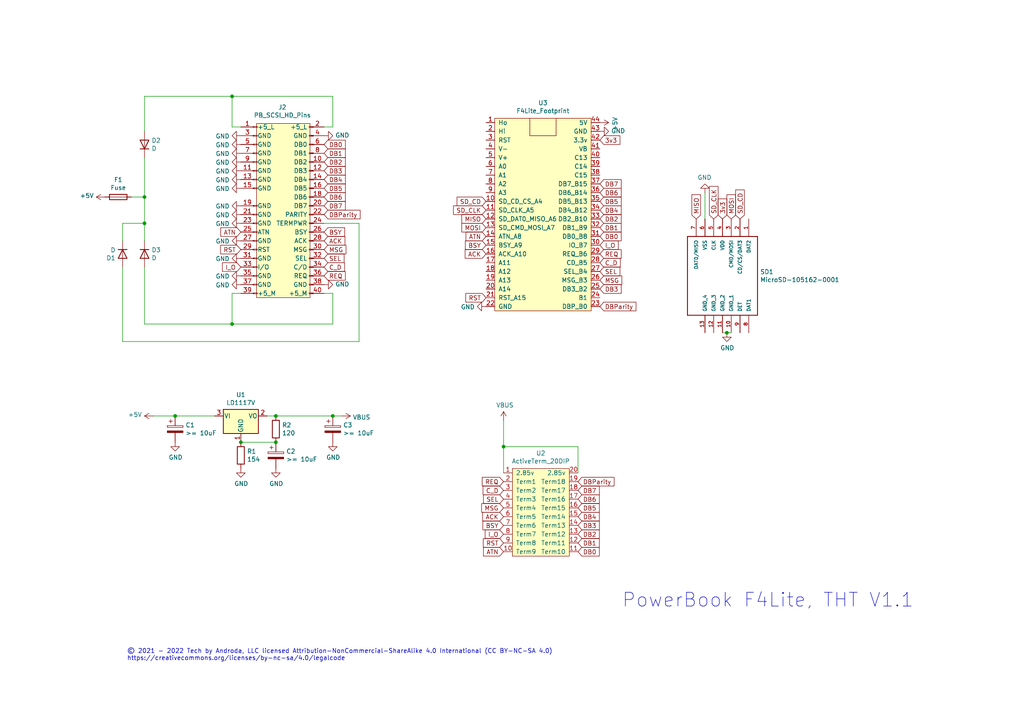
<source format=kicad_sch>
(kicad_sch (version 20211123) (generator eeschema)
  (paper "A4")
  (lib_symbols
    (symbol "Device:CP" (pin_numbers hide) (pin_names (offset 0.254))
      (property "Reference" "C" (at 0.635 2.54 0))
      (property "Value" "Device_CP" (at 0.635 -2.54 0))
      (symbol "CP_0_1"
        (rectangle (start -2.286 0.508) (end 2.286 1.016))
        (polyline (pts (xy -1.778 2.286) (xy -0.762 2.286)))
        (polyline (pts (xy -1.27 2.794) (xy -1.27 1.778)))
        (rectangle (start 2.286 -0.508) (end -2.286 -1.016) (fill (type outline)))
      )
      (symbol "CP_1_1"
        (pin passive line (at 0 3.81 270) (length 2.794) (name "~") (number "1"))
        (pin passive line (at 0 -3.81 90) (length 2.794) (name "~") (number "2"))
      )
    )
    (symbol "Device:D" (pin_numbers hide) (pin_names (offset 1.016) hide)
      (property "Reference" "D" (at 0 2.54 0))
      (property "Value" "D" (at 0 -2.54 0))
      (symbol "D_0_1"
        (polyline (pts (xy -1.27 1.27) (xy -1.27 -1.27)) (stroke (width 0.254)))
        (polyline (pts (xy 1.27 0) (xy -1.27 0)))
        (polyline (pts (xy 1.27 1.27) (xy 1.27 -1.27) (xy -1.27 0) (xy 1.27 1.27)) (stroke (width 0.254)))
      )
      (symbol "D_1_1"
        (pin passive line (at -3.81 0 0) (length 2.54) (name "K") (number "1"))
        (pin passive line (at 3.81 0 180) (length 2.54) (name "A") (number "2"))
      )
    )
    (symbol "Device:Fuse" (pin_numbers hide) (pin_names (offset 0))
      (property "Reference" "F" (at 2.032 0 90))
      (property "Value" "Fuse" (at -1.905 0 90))
      (symbol "Fuse_0_1"
        (rectangle (start -0.762 -2.54) (end 0.762 2.54) (stroke (width 0.254)))
        (polyline (pts (xy 0 2.54) (xy 0 -2.54)))
      )
      (symbol "Fuse_1_1"
        (pin passive line (at 0 3.81 270) (length 1.27) (name "~") (number "1"))
        (pin passive line (at 0 -3.81 90) (length 1.27) (name "~") (number "2"))
      )
    )
    (symbol "Device:R" (pin_numbers hide) (pin_names (offset 0))
      (property "Reference" "R" (at 2.032 0 90))
      (property "Value" "R" (at 0 0 90))
      (symbol "R_0_1"
        (rectangle (start -1.016 -2.54) (end 1.016 2.54) (stroke (width 0.254)))
      )
      (symbol "R_1_1"
        (pin passive line (at 0 3.81 270) (length 1.27) (name "~") (number "1"))
        (pin passive line (at 0 -3.81 90) (length 1.27) (name "~") (number "2"))
      )
    )
    (symbol "Regulator_Linear:LD1117VCD-2.85" (pin_names (offset 0.254))
      (property "Reference" "U" (at -3.81 3.175 0))
      (property "Value" "LD1117VCD-2.85" (at 0 3.175 0))
      (symbol "LD1117VCD-2.85_0_1"
        (rectangle (start -5.08 -5.08) (end 5.08 1.905) (stroke (width 0.254)) (fill (type background)))
      )
      (symbol "LD1117VCD-2.85_1_1"
        (pin power_in line (at 0 -7.62 90) (length 2.54) (name "GND") (number "1"))
        (pin power_out line (at 7.62 0 180) (length 2.54) (name "VO") (number "2"))
        (pin power_in line (at -7.62 0 0) (length 2.54) (name "VI") (number "3"))
      )
    )
    (symbol "custom_symbols:ActiveTerm_20DIP" (pin_names (offset 1.016))
      (property "Reference" "U" (at 0 0 0))
      (property "Value" "custom_symbols_ActiveTerm_20DIP" (at 0 2.54 0))
      (symbol "ActiveTerm_20DIP_0_1"
        (rectangle (start -7.62 -2.54) (end 8.89 -27.94) (fill (type background)))
      )
      (symbol "ActiveTerm_20DIP_1_1"
        (pin input line (at -10.16 -3.81 0) (length 2.54) (name "2.85v") (number "1"))
        (pin input line (at -10.16 -26.67 0) (length 2.54) (name "Term9") (number "10"))
        (pin input line (at 11.43 -26.67 180) (length 2.54) (name "Term10") (number "11"))
        (pin input line (at 11.43 -24.13 180) (length 2.54) (name "Term11") (number "12"))
        (pin input line (at 11.43 -21.59 180) (length 2.54) (name "Term12") (number "13"))
        (pin input line (at 11.43 -19.05 180) (length 2.54) (name "Term13") (number "14"))
        (pin input line (at 11.43 -16.51 180) (length 2.54) (name "Term14") (number "15"))
        (pin input line (at 11.43 -13.97 180) (length 2.54) (name "Term15") (number "16"))
        (pin input line (at 11.43 -11.43 180) (length 2.54) (name "Term16") (number "17"))
        (pin input line (at 11.43 -8.89 180) (length 2.54) (name "Term17") (number "18"))
        (pin input line (at 11.43 -6.35 180) (length 2.54) (name "Term18") (number "19"))
        (pin input line (at -10.16 -6.35 0) (length 2.54) (name "Term1") (number "2"))
        (pin input line (at 11.43 -3.81 180) (length 2.54) (name "2.85v") (number "20"))
        (pin input line (at -10.16 -8.89 0) (length 2.54) (name "Term2") (number "3"))
        (pin input line (at -10.16 -11.43 0) (length 2.54) (name "Term3") (number "4"))
        (pin input line (at -10.16 -13.97 0) (length 2.54) (name "Term4") (number "5"))
        (pin input line (at -10.16 -16.51 0) (length 2.54) (name "Term5") (number "6"))
        (pin input line (at -10.16 -19.05 0) (length 2.54) (name "Term6") (number "7"))
        (pin input line (at -10.16 -21.59 0) (length 2.54) (name "Term7") (number "8"))
        (pin input line (at -10.16 -24.13 0) (length 2.54) (name "Term8") (number "9"))
      )
    )
    (symbol "custom_symbols:F4Lite_Footprint" (pin_names (offset 1.016))
      (property "Reference" "U" (at 0 0 0))
      (property "Value" "custom_symbols_F4Lite_Footprint" (at 0 2.54 0))
      (symbol "F4Lite_Footprint_0_1"
        (rectangle (start -13.97 -3.81) (end 13.97 -59.69) (fill (type background)))
        (polyline (pts (xy -3.81 -3.81) (xy -3.81 -8.89) (xy 3.81 -8.89) (xy 3.81 -3.81)))
      )
      (symbol "F4Lite_Footprint_1_1"
        (pin input line (at -16.51 -5.08 0) (length 2.54) (name "Ho") (number "1"))
        (pin input line (at -16.51 -27.94 0) (length 2.54) (name "SD_CD_CS_A4") (number "10"))
        (pin input line (at -16.51 -30.48 0) (length 2.54) (name "SD_CLK_A5") (number "11"))
        (pin input line (at -16.51 -33.02 0) (length 2.54) (name "SD_DAT0_MISO_A6") (number "12"))
        (pin input line (at -16.51 -35.56 0) (length 2.54) (name "SD_CMD_MOSI_A7") (number "13"))
        (pin input line (at -16.51 -38.1 0) (length 2.54) (name "ATN_A8") (number "14"))
        (pin input line (at -16.51 -40.64 0) (length 2.54) (name "BSY_A9") (number "15"))
        (pin input line (at -16.51 -43.18 0) (length 2.54) (name "ACK_A10") (number "16"))
        (pin input line (at -16.51 -45.72 0) (length 2.54) (name "A11") (number "17"))
        (pin input line (at -16.51 -48.26 0) (length 2.54) (name "A12") (number "18"))
        (pin input line (at -16.51 -50.8 0) (length 2.54) (name "A13") (number "19"))
        (pin input line (at -16.51 -7.62 0) (length 2.54) (name "Hi") (number "2"))
        (pin input line (at -16.51 -53.34 0) (length 2.54) (name "A14") (number "20"))
        (pin input line (at -16.51 -55.88 0) (length 2.54) (name "RST_A15") (number "21"))
        (pin input line (at -16.51 -58.42 0) (length 2.54) (name "GND") (number "22"))
        (pin input line (at 16.51 -58.42 180) (length 2.54) (name "DBP_B0") (number "23"))
        (pin input line (at 16.51 -55.88 180) (length 2.54) (name "B1") (number "24"))
        (pin input line (at 16.51 -53.34 180) (length 2.54) (name "DB3_B2") (number "25"))
        (pin input line (at 16.51 -50.8 180) (length 2.54) (name "MSG_B3") (number "26"))
        (pin input line (at 16.51 -48.26 180) (length 2.54) (name "SEL_B4") (number "27"))
        (pin input line (at 16.51 -45.72 180) (length 2.54) (name "CD_B5") (number "28"))
        (pin input line (at 16.51 -43.18 180) (length 2.54) (name "REQ_B6") (number "29"))
        (pin input line (at -16.51 -10.16 0) (length 2.54) (name "RST") (number "3"))
        (pin input line (at 16.51 -40.64 180) (length 2.54) (name "IO_B7") (number "30"))
        (pin input line (at 16.51 -38.1 180) (length 2.54) (name "DB0_B8") (number "31"))
        (pin input line (at 16.51 -35.56 180) (length 2.54) (name "DB1_B9") (number "32"))
        (pin input line (at 16.51 -33.02 180) (length 2.54) (name "DB2_B10") (number "33"))
        (pin input line (at 16.51 -30.48 180) (length 2.54) (name "DB4_B12") (number "34"))
        (pin input line (at 16.51 -27.94 180) (length 2.54) (name "DB5_B13") (number "35"))
        (pin input line (at 16.51 -25.4 180) (length 2.54) (name "DB6_B14") (number "36"))
        (pin input line (at 16.51 -22.86 180) (length 2.54) (name "DB7_B15") (number "37"))
        (pin input line (at 16.51 -20.32 180) (length 2.54) (name "C15") (number "38"))
        (pin input line (at 16.51 -17.78 180) (length 2.54) (name "C14") (number "39"))
        (pin input line (at -16.51 -12.7 0) (length 2.54) (name "V-") (number "4"))
        (pin input line (at 16.51 -15.24 180) (length 2.54) (name "C13") (number "40"))
        (pin input line (at 16.51 -12.7 180) (length 2.54) (name "VB") (number "41"))
        (pin input line (at 16.51 -10.16 180) (length 2.54) (name "3.3v") (number "42"))
        (pin input line (at 16.51 -7.62 180) (length 2.54) (name "GND") (number "43"))
        (pin input line (at 16.51 -5.08 180) (length 2.54) (name "5V") (number "44"))
        (pin input line (at -16.51 -15.24 0) (length 2.54) (name "V+") (number "5"))
        (pin input line (at -16.51 -17.78 0) (length 2.54) (name "A0") (number "6"))
        (pin input line (at -16.51 -20.32 0) (length 2.54) (name "A1") (number "7"))
        (pin input line (at -16.51 -22.86 0) (length 2.54) (name "A2") (number "8"))
        (pin input line (at -16.51 -25.4 0) (length 2.54) (name "A3") (number "9"))
      )
    )
    (symbol "custom_symbols:MicroSD-105162-0001" (pin_names (offset 1.016))
      (property "Reference" "J" (at 29.21 7.62 0))
      (property "Value" "custom_symbols_MicroSD-105162-0001" (at 29.21 5.08 0))
      (symbol "MicroSD-105162-0001_0_0"
        (polyline (pts (xy 5.08 2.54) (xy 5.08 -17.78)) (stroke (width 0.254)))
        (polyline (pts (xy 5.08 2.54) (xy 27.94 2.54)) (stroke (width 0.254)))
        (polyline (pts (xy 27.94 -17.78) (xy 5.08 -17.78)) (stroke (width 0.254)))
        (polyline (pts (xy 27.94 -17.78) (xy 27.94 2.54)) (stroke (width 0.254)))
        (pin bidirectional line (at 0 0 0) (length 5.08) (name "DAT2") (number "1"))
        (pin bidirectional line (at 33.02 -5.08 180) (length 5.08) (name "GND_1") (number "10"))
        (pin bidirectional line (at 33.02 -7.62 180) (length 5.08) (name "GND_2") (number "11"))
        (pin bidirectional line (at 33.02 -10.16 180) (length 5.08) (name "GND_3") (number "12"))
        (pin bidirectional line (at 33.02 -12.7 180) (length 5.08) (name "GND_4") (number "13"))
        (pin bidirectional line (at 0 -2.54 0) (length 5.08) (name "CD/CS/DAT3") (number "2"))
        (pin bidirectional line (at 0 -5.08 0) (length 5.08) (name "CMD/MOSI") (number "3"))
        (pin bidirectional line (at 0 -7.62 0) (length 5.08) (name "VDD") (number "4"))
        (pin bidirectional line (at 0 -10.16 0) (length 5.08) (name "CLK") (number "5"))
        (pin bidirectional line (at 0 -12.7 0) (length 5.08) (name "VSS") (number "6"))
        (pin bidirectional line (at 0 -15.24 0) (length 5.08) (name "DAT0/MISO") (number "7"))
        (pin bidirectional line (at 33.02 0 180) (length 5.08) (name "DAT1") (number "8"))
        (pin bidirectional line (at 33.02 -2.54 180) (length 5.08) (name "DET") (number "9"))
      )
    )
    (symbol "custom_symbols:PB_SCSI_HD_Pins" (pin_names (offset 1.016))
      (property "Reference" "J" (at -0.508 26.67 0))
      (property "Value" "custom_symbols_PB_SCSI_HD_Pins" (at -0.508 -28.702 0))
      (symbol "PB_SCSI_HD_Pins_0_1"
        (rectangle (start -8.128 -25.4) (end 7.366 25.146) (fill (type background)))
      )
      (symbol "PB_SCSI_HD_Pins_1_1"
        (rectangle (start -9.144 -24.003) (end -7.874 -24.257) (stroke (width 0.1524)))
        (rectangle (start -9.144 -21.463) (end -7.874 -21.717) (stroke (width 0.1524)))
        (rectangle (start -9.144 -18.923) (end -7.874 -19.177) (stroke (width 0.1524)))
        (rectangle (start -9.144 -16.383) (end -7.874 -16.637) (stroke (width 0.1524)))
        (rectangle (start -9.144 -13.843) (end -7.874 -14.097) (stroke (width 0.1524)))
        (rectangle (start -9.144 -11.303) (end -7.874 -11.557) (stroke (width 0.1524)))
        (rectangle (start -9.144 -8.763) (end -7.874 -9.017) (stroke (width 0.1524)))
        (rectangle (start -9.144 -6.223) (end -7.874 -6.477) (stroke (width 0.1524)))
        (rectangle (start -9.144 -3.683) (end -7.874 -3.937) (stroke (width 0.1524)))
        (rectangle (start -9.144 -1.143) (end -7.874 -1.397) (stroke (width 0.1524)))
        (rectangle (start -9.144 1.397) (end -7.874 1.143) (stroke (width 0.1524)))
        (rectangle (start -9.144 6.477) (end -7.874 6.223) (stroke (width 0.1524)))
        (rectangle (start -9.144 9.017) (end -7.874 8.763) (stroke (width 0.1524)))
        (rectangle (start -9.144 11.557) (end -7.874 11.303) (stroke (width 0.1524)))
        (rectangle (start -9.144 14.097) (end -7.874 13.843) (stroke (width 0.1524)))
        (rectangle (start -9.144 16.637) (end -7.874 16.383) (stroke (width 0.1524)))
        (rectangle (start -9.144 19.177) (end -7.874 18.923) (stroke (width 0.1524)))
        (rectangle (start -9.144 21.717) (end -7.874 21.463) (stroke (width 0.1524)))
        (rectangle (start -9.144 24.257) (end -7.874 24.003) (stroke (width 0.1524)))
        (rectangle (start 8.382 -24.003) (end 7.112 -24.257) (stroke (width 0.1524)))
        (rectangle (start 8.382 -21.463) (end 7.112 -21.717) (stroke (width 0.1524)))
        (rectangle (start 8.382 -18.923) (end 7.112 -19.177) (stroke (width 0.1524)))
        (rectangle (start 8.382 -16.383) (end 7.112 -16.637) (stroke (width 0.1524)))
        (rectangle (start 8.382 -13.843) (end 7.112 -14.097) (stroke (width 0.1524)))
        (rectangle (start 8.382 -11.303) (end 7.112 -11.557) (stroke (width 0.1524)))
        (rectangle (start 8.382 -8.763) (end 7.112 -9.017) (stroke (width 0.1524)))
        (rectangle (start 8.382 -6.223) (end 7.112 -6.477) (stroke (width 0.1524)))
        (rectangle (start 8.382 -3.683) (end 7.112 -3.937) (stroke (width 0.1524)))
        (rectangle (start 8.382 -1.143) (end 7.112 -1.397) (stroke (width 0.1524)))
        (rectangle (start 8.382 1.397) (end 7.112 1.143) (stroke (width 0.1524)))
        (rectangle (start 8.382 3.937) (end 7.112 3.683) (stroke (width 0.1524)))
        (rectangle (start 8.382 6.477) (end 7.112 6.223) (stroke (width 0.1524)))
        (rectangle (start 8.382 9.017) (end 7.112 8.763) (stroke (width 0.1524)))
        (rectangle (start 8.382 11.557) (end 7.112 11.303) (stroke (width 0.1524)))
        (rectangle (start 8.382 14.097) (end 7.112 13.843) (stroke (width 0.1524)))
        (rectangle (start 8.382 16.637) (end 7.112 16.383) (stroke (width 0.1524)))
        (rectangle (start 8.382 19.177) (end 7.112 18.923) (stroke (width 0.1524)))
        (rectangle (start 8.382 21.717) (end 7.112 21.463) (stroke (width 0.1524)))
        (rectangle (start 8.382 24.257) (end 7.112 24.003) (stroke (width 0.1524)))
        (pin power_in line (at -12.7 24.13 0) (length 3.81) (name "+5_L") (number "1"))
        (pin passive line (at 11.43 13.97 180) (length 3.81) (name "DB2") (number "10"))
        (pin power_in line (at -12.7 11.43 0) (length 3.81) (name "GND") (number "11"))
        (pin passive line (at 11.43 11.43 180) (length 3.81) (name "DB3") (number "12"))
        (pin power_in line (at -12.7 8.89 0) (length 3.81) (name "GND") (number "13"))
        (pin passive line (at 11.43 8.89 180) (length 3.81) (name "DB4") (number "14"))
        (pin power_in line (at -12.7 6.35 0) (length 3.81) (name "GND") (number "15"))
        (pin passive line (at 11.43 6.35 180) (length 3.81) (name "DB5") (number "16"))
        (pin passive line (at 11.43 3.81 180) (length 3.81) (name "DB6") (number "18"))
        (pin power_in line (at -12.7 1.27 0) (length 3.81) (name "GND") (number "19"))
        (pin power_in line (at 11.43 24.13 180) (length 3.81) (name "+5_L") (number "2"))
        (pin passive line (at 11.43 1.27 180) (length 3.81) (name "DB7") (number "20"))
        (pin power_in line (at -12.7 -1.27 0) (length 3.81) (name "GND") (number "21"))
        (pin passive line (at 11.43 -1.27 180) (length 3.81) (name "PARITY") (number "22"))
        (pin power_in line (at -12.7 -3.81 0) (length 3.81) (name "GND") (number "23"))
        (pin passive line (at 11.43 -3.81 180) (length 3.81) (name "TERMPWR") (number "24"))
        (pin passive line (at -12.7 -6.35 0) (length 3.81) (name "ATN") (number "25"))
        (pin passive line (at 11.43 -6.35 180) (length 3.81) (name "BSY") (number "26"))
        (pin power_in line (at -12.7 -8.89 0) (length 3.81) (name "GND") (number "27"))
        (pin passive line (at 11.43 -8.89 180) (length 3.81) (name "ACK") (number "28"))
        (pin passive line (at -12.7 -11.43 0) (length 3.81) (name "RST") (number "29"))
        (pin power_in line (at -12.7 21.59 0) (length 3.81) (name "GND") (number "3"))
        (pin passive line (at 11.43 -11.43 180) (length 3.81) (name "MSG") (number "30"))
        (pin power_in line (at -12.7 -13.97 0) (length 3.81) (name "GND") (number "31"))
        (pin passive line (at 11.43 -13.97 180) (length 3.81) (name "SEL") (number "32"))
        (pin passive line (at -12.7 -16.51 0) (length 3.81) (name "I/O") (number "33"))
        (pin passive line (at 11.43 -16.51 180) (length 3.81) (name "C/D") (number "34"))
        (pin power_in line (at -12.7 -19.05 0) (length 3.81) (name "GND") (number "35"))
        (pin passive line (at 11.43 -19.05 180) (length 3.81) (name "REQ") (number "36"))
        (pin power_in line (at -12.7 -21.59 0) (length 3.81) (name "GND") (number "37"))
        (pin power_in line (at 11.43 -21.59 180) (length 3.81) (name "GND") (number "38"))
        (pin power_in line (at -12.7 -24.13 0) (length 3.81) (name "+5_M") (number "39"))
        (pin power_in line (at 11.43 21.59 180) (length 3.81) (name "GND") (number "4"))
        (pin power_in line (at 11.43 -24.13 180) (length 3.81) (name "+5_M") (number "40"))
        (pin power_in line (at -12.7 19.05 0) (length 3.81) (name "GND") (number "5"))
        (pin passive line (at 11.43 19.05 180) (length 3.81) (name "DB0") (number "6"))
        (pin power_in line (at -12.7 16.51 0) (length 3.81) (name "GND") (number "7"))
        (pin passive line (at 11.43 16.51 180) (length 3.81) (name "DB1") (number "8"))
        (pin power_in line (at -12.7 13.97 0) (length 3.81) (name "GND") (number "9"))
      )
    )
    (symbol "power:+5V" (power) (pin_names (offset 0))
      (property "Value" "+5V" (at 0 3.556 0))
      (symbol "+5V_0_1"
        (polyline (pts (xy -0.762 1.27) (xy 0 2.54)))
        (polyline (pts (xy 0 0) (xy 0 2.54)))
        (polyline (pts (xy 0 2.54) (xy 0.762 1.27)))
      )
      (symbol "+5V_1_1"
        (pin power_in line (at 0 0 90) (length 0) hide (name "+5V") (number "1"))
      )
    )
    (symbol "power:GND" (power) (pin_names (offset 0))
      (property "Value" "GND" (at 0 -3.81 0))
      (symbol "GND_0_1"
        (polyline (pts (xy 0 0) (xy 0 -1.27) (xy 1.27 -1.27) (xy 0 -2.54) (xy -1.27 -1.27) (xy 0 -1.27)))
      )
      (symbol "GND_1_1"
        (pin power_in line (at 0 0 270) (length 0) hide (name "GND") (number "1"))
      )
    )
    (symbol "power:VBUS" (power) (pin_names (offset 0))
      (property "Value" "VBUS" (at 0 3.81 0))
      (symbol "VBUS_0_1"
        (polyline (pts (xy -0.762 1.27) (xy 0 2.54)))
        (polyline (pts (xy 0 0) (xy 0 2.54)))
        (polyline (pts (xy 0 2.54) (xy 0.762 1.27)))
      )
      (symbol "VBUS_1_1"
        (pin power_in line (at 0 0 90) (length 0) hide (name "VBUS") (number "1"))
      )
    )
  )
  (junction (at 80.01 128.27))
  (junction (at 69.85 128.27))
  (junction (at 67.31 27.94))
  (junction (at 96.52 120.65))
  (junction (at 210.82 96.52))
  (junction (at 67.31 93.98))
  (junction (at 41.91 57.15))
  (junction (at 50.8 120.65))
  (junction (at 41.91 64.77))
  (junction (at 146.05 129.54))
  (junction (at 80.01 120.65))
  (wire (pts (xy 67.31 27.94) (xy 41.91 27.94)))
  (wire (pts (xy 41.91 57.15) (xy 41.91 64.77)))
  (wire (pts (xy 96.52 93.98) (xy 67.31 93.98)))
  (wire (pts (xy 50.8 120.65) (xy 62.23 120.65)))
  (wire (pts (xy 67.31 93.98) (xy 67.31 85.09)))
  (wire (pts (xy 104.14 99.06) (xy 104.14 64.77)))
  (wire (pts (xy 38.1 57.15) (xy 41.91 57.15)))
  (wire (pts (xy 146.05 129.54) (xy 146.05 137.16)))
  (wire (pts (xy 67.31 85.09) (xy 69.85 85.09)))
  (wire (pts (xy 96.52 36.83) (xy 96.52 27.94)))
  (wire (pts (xy 41.91 27.94) (xy 41.91 38.1)))
  (wire (pts (xy 212.09 96.52) (xy 210.82 96.52)))
  (wire (pts (xy 167.64 129.54) (xy 146.05 129.54)))
  (wire (pts (xy 35.56 77.47) (xy 35.56 99.06)))
  (wire (pts (xy 210.82 96.52) (xy 209.55 96.52)))
  (wire (pts (xy 96.52 27.94) (xy 67.31 27.94)))
  (wire (pts (xy 35.56 69.85) (xy 35.56 64.77)))
  (wire (pts (xy 80.01 120.65) (xy 96.52 120.65)))
  (wire (pts (xy 77.47 120.65) (xy 80.01 120.65)))
  (wire (pts (xy 69.85 128.27) (xy 80.01 128.27)))
  (wire (pts (xy 67.31 93.98) (xy 41.91 93.98)))
  (wire (pts (xy 67.31 27.94) (xy 67.31 36.83)))
  (wire (pts (xy 93.98 64.77) (xy 104.14 64.77)))
  (wire (pts (xy 35.56 64.77) (xy 41.91 64.77)))
  (wire (pts (xy 146.05 121.92) (xy 146.05 129.54)))
  (wire (pts (xy 93.98 85.09) (xy 96.52 85.09)))
  (wire (pts (xy 93.98 36.83) (xy 96.52 36.83)))
  (wire (pts (xy 41.91 45.72) (xy 41.91 57.15)))
  (wire (pts (xy 204.47 63.5) (xy 204.47 55.88)))
  (wire (pts (xy 44.45 120.65) (xy 50.8 120.65)))
  (wire (pts (xy 67.31 36.83) (xy 69.85 36.83)))
  (wire (pts (xy 35.56 99.06) (xy 104.14 99.06)))
  (wire (pts (xy 167.64 129.54) (xy 167.64 137.16)))
  (wire (pts (xy 96.52 85.09) (xy 96.52 93.98)))
  (wire (pts (xy 96.52 120.65) (xy 99.06 120.65)))
  (wire (pts (xy 41.91 64.77) (xy 41.91 69.85)))
  (wire (pts (xy 41.91 93.98) (xy 41.91 77.47)))
  (text "© 2021 - 2022 Tech by Androda, LLC licensed Attribution-NonCommercial-ShareAlike 4.0 International (CC BY-NC-SA 4.0)\nhttps://creativecommons.org/licenses/by-nc-sa/4.0/legalcode" (at 36.83 191.77 0) (effects (font (size 1.27 1.27)) (justify left bottom)))
  (text "PowerBook F4Lite, THT V1.1" (at 180.34 176.53 0) (effects (font (size 4 4)) (justify left bottom)))
  (global_label "SEL" (shape input) (at 146.05 144.78 180) (property "Intersheet References" "${INTERSHEET_REFS}" (effects hide)))
  (global_label "DB0" (shape input) (at 167.64 160.02 0) (property "Intersheet References" "${INTERSHEET_REFS}" (effects hide)))
  (global_label "DB5" (shape input) (at 93.98 54.61 0) (property "Intersheet References" "${INTERSHEET_REFS}" (effects hide)))
  (global_label "ACK" (shape input) (at 146.05 149.86 180) (property "Intersheet References" "${INTERSHEET_REFS}" (effects hide)))
  (global_label "DB4" (shape input) (at 93.98 52.07 0) (property "Intersheet References" "${INTERSHEET_REFS}" (effects hide)))
  (global_label "I_O" (shape input) (at 173.99 71.12 0) (property "Intersheet References" "${INTERSHEET_REFS}" (effects hide)))
  (global_label "DB3" (shape input) (at 173.99 83.82 0) (property "Intersheet References" "${INTERSHEET_REFS}" (effects hide)))
  (global_label "3v3" (shape input) (at 209.55 63.5 90) (property "Intersheet References" "${INTERSHEET_REFS}" (effects hide)))
  (global_label "MISO" (shape input) (at 201.93 63.5 90) (property "Intersheet References" "${INTERSHEET_REFS}" (effects hide)))
  (global_label "DBParity" (shape input) (at 167.64 139.7 0) (property "Intersheet References" "${INTERSHEET_REFS}" (effects hide)))
  (global_label "SD_CD" (shape input) (at 140.97 58.42 180) (property "Intersheet References" "${INTERSHEET_REFS}" (effects hide)))
  (global_label "I_O" (shape input) (at 69.85 77.47 180) (property "Intersheet References" "${INTERSHEET_REFS}" (effects hide)))
  (global_label "MSG" (shape input) (at 93.98 72.39 0) (property "Intersheet References" "${INTERSHEET_REFS}" (effects hide)))
  (global_label "REQ" (shape input) (at 93.98 80.01 0) (property "Intersheet References" "${INTERSHEET_REFS}" (effects hide)))
  (global_label "DB2" (shape input) (at 93.98 46.99 0) (property "Intersheet References" "${INTERSHEET_REFS}" (effects hide)))
  (global_label "DB1" (shape input) (at 93.98 44.45 0) (property "Intersheet References" "${INTERSHEET_REFS}" (effects hide)))
  (global_label "SD_CD" (shape input) (at 214.63 63.5 90) (property "Intersheet References" "${INTERSHEET_REFS}" (effects hide)))
  (global_label "DB1" (shape input) (at 167.64 157.48 0) (property "Intersheet References" "${INTERSHEET_REFS}" (effects hide)))
  (global_label "DB3" (shape input) (at 93.98 49.53 0) (property "Intersheet References" "${INTERSHEET_REFS}" (effects hide)))
  (global_label "RST" (shape input) (at 146.05 157.48 180) (property "Intersheet References" "${INTERSHEET_REFS}" (effects hide)))
  (global_label "DB4" (shape input) (at 173.99 60.96 0) (property "Intersheet References" "${INTERSHEET_REFS}" (effects hide)))
  (global_label "DB6" (shape input) (at 93.98 57.15 0) (property "Intersheet References" "${INTERSHEET_REFS}" (effects hide)))
  (global_label "RST" (shape input) (at 69.85 72.39 180) (property "Intersheet References" "${INTERSHEET_REFS}" (effects hide)))
  (global_label "DB0" (shape input) (at 173.99 68.58 0) (property "Intersheet References" "${INTERSHEET_REFS}" (effects hide)))
  (global_label "DB1" (shape input) (at 173.99 66.04 0) (property "Intersheet References" "${INTERSHEET_REFS}" (effects hide)))
  (global_label "BSY" (shape input) (at 93.98 67.31 0) (property "Intersheet References" "${INTERSHEET_REFS}" (effects hide)))
  (global_label "MISO" (shape input) (at 140.97 63.5 180) (property "Intersheet References" "${INTERSHEET_REFS}" (effects hide)))
  (global_label "REQ" (shape input) (at 146.05 139.7 180) (property "Intersheet References" "${INTERSHEET_REFS}" (effects hide)))
  (global_label "SEL" (shape input) (at 93.98 74.93 0) (property "Intersheet References" "${INTERSHEET_REFS}" (effects hide)))
  (global_label "DB2" (shape input) (at 173.99 63.5 0) (property "Intersheet References" "${INTERSHEET_REFS}" (effects hide)))
  (global_label "ATN" (shape input) (at 140.97 68.58 180) (property "Intersheet References" "${INTERSHEET_REFS}" (effects hide)))
  (global_label "MOSI" (shape input) (at 140.97 66.04 180) (property "Intersheet References" "${INTERSHEET_REFS}" (effects hide)))
  (global_label "C_D" (shape input) (at 173.99 76.2 0) (property "Intersheet References" "${INTERSHEET_REFS}" (effects hide)))
  (global_label "SD_CLK" (shape input) (at 207.01 63.5 90) (property "Intersheet References" "${INTERSHEET_REFS}" (effects hide)))
  (global_label "ACK" (shape input) (at 93.98 69.85 0) (property "Intersheet References" "${INTERSHEET_REFS}" (effects hide)))
  (global_label "BSY" (shape input) (at 140.97 71.12 180) (property "Intersheet References" "${INTERSHEET_REFS}" (effects hide)))
  (global_label "DB5" (shape input) (at 173.99 58.42 0) (property "Intersheet References" "${INTERSHEET_REFS}" (effects hide)))
  (global_label "BSY" (shape input) (at 146.05 152.4 180) (property "Intersheet References" "${INTERSHEET_REFS}" (effects hide)))
  (global_label "ACK" (shape input) (at 140.97 73.66 180) (property "Intersheet References" "${INTERSHEET_REFS}" (effects hide)))
  (global_label "DBParity" (shape input) (at 173.99 88.9 0) (property "Intersheet References" "${INTERSHEET_REFS}" (effects hide)))
  (global_label "DB6" (shape input) (at 167.64 144.78 0) (property "Intersheet References" "${INTERSHEET_REFS}" (effects hide)))
  (global_label "RST" (shape input) (at 140.97 86.36 180) (property "Intersheet References" "${INTERSHEET_REFS}" (effects hide)))
  (global_label "ATN" (shape input) (at 69.85 67.31 180) (property "Intersheet References" "${INTERSHEET_REFS}" (effects hide)))
  (global_label "DB7" (shape input) (at 93.98 59.69 0) (property "Intersheet References" "${INTERSHEET_REFS}" (effects hide)))
  (global_label "ATN" (shape input) (at 146.05 160.02 180) (property "Intersheet References" "${INTERSHEET_REFS}" (effects hide)))
  (global_label "DB5" (shape input) (at 167.64 147.32 0) (property "Intersheet References" "${INTERSHEET_REFS}" (effects hide)))
  (global_label "I_O" (shape input) (at 146.05 154.94 180) (property "Intersheet References" "${INTERSHEET_REFS}" (effects hide)))
  (global_label "C_D" (shape input) (at 146.05 142.24 180) (property "Intersheet References" "${INTERSHEET_REFS}" (effects hide)))
  (global_label "MSG" (shape input) (at 146.05 147.32 180) (property "Intersheet References" "${INTERSHEET_REFS}" (effects hide)))
  (global_label "DB0" (shape input) (at 93.98 41.91 0) (property "Intersheet References" "${INTERSHEET_REFS}" (effects hide)))
  (global_label "C_D" (shape input) (at 93.98 77.47 0) (property "Intersheet References" "${INTERSHEET_REFS}" (effects hide)))
  (global_label "DB7" (shape input) (at 173.99 53.34 0) (property "Intersheet References" "${INTERSHEET_REFS}" (effects hide)))
  (global_label "DBParity" (shape input) (at 93.98 62.23 0) (property "Intersheet References" "${INTERSHEET_REFS}" (effects hide)))
  (global_label "MSG" (shape input) (at 173.99 81.28 0) (property "Intersheet References" "${INTERSHEET_REFS}" (effects hide)))
  (global_label "DB4" (shape input) (at 167.64 149.86 0) (property "Intersheet References" "${INTERSHEET_REFS}" (effects hide)))
  (global_label "SD_CLK" (shape input) (at 140.97 60.96 180) (property "Intersheet References" "${INTERSHEET_REFS}" (effects hide)))
  (global_label "REQ" (shape input) (at 173.99 73.66 0) (property "Intersheet References" "${INTERSHEET_REFS}" (effects hide)))
  (global_label "DB3" (shape input) (at 167.64 152.4 0) (property "Intersheet References" "${INTERSHEET_REFS}" (effects hide)))
  (global_label "SEL" (shape input) (at 173.99 78.74 0) (property "Intersheet References" "${INTERSHEET_REFS}" (effects hide)))
  (global_label "DB6" (shape input) (at 173.99 55.88 0) (property "Intersheet References" "${INTERSHEET_REFS}" (effects hide)))
  (global_label "3v3" (shape input) (at 173.99 40.64 0) (property "Intersheet References" "${INTERSHEET_REFS}" (effects hide)))
  (global_label "MOSI" (shape input) (at 212.09 63.5 90) (property "Intersheet References" "${INTERSHEET_REFS}" (effects hide)))
  (global_label "DB2" (shape input) (at 167.64 154.94 0) (property "Intersheet References" "${INTERSHEET_REFS}" (effects hide)))
  (global_label "DB7" (shape input) (at 167.64 142.24 0) (property "Intersheet References" "${INTERSHEET_REFS}" (effects hide)))
  (symbol (lib_id "power:+5V") (at 173.99 35.56 270) (unit 1)
    (property "Reference" "#PWR033" (effects hide))
    (property "Value" "+5V" (at 178.3842 35.941 0))
  )
  (symbol (lib_id "custom_symbols:PB_SCSI_HD_Pins") (at 82.55 60.96 0) (unit 1)
    (property "Reference" "J2" (at 81.915 31.115 0))
    (property "Value" "PB_SCSI_HD_Pins" (at 81.915 33.4264 0))
    (property "Footprint" "CustomFootprints:PowerBook_SCSI_40Pin_UpsideDown" (effects hide))
  )
  (symbol (lib_id "custom_symbols:MicroSD-105162-0001") (at 217.17 63.5 270) (unit 1)
    (property "Reference" "SD1" (at 220.472 78.8416 90) (effects (justify left)))
    (property "Value" "MicroSD-105162-0001" (at 220.472 81.153 90) (effects (justify left)))
    (property "Footprint" "CustomFootprints:microsd_molex_1051620001" (effects hide))
    (property "MANUFACTURER_PART_NUMBER" "105162-0001" (effects hide))
    (property "HEIGHT" "mm" (effects hide))
    (property "MOUSER_PART_NUMBER" "538-105162-0001" (effects hide))
    (property "DESCRIPTION" "Memory Card Connectors 1.45H MICRO SD HEADER WITH D/C PIN" (effects hide))
    (property "MANUFACTURER_NAME" "Molex" (effects hide))
    (property "MOUSER_PRICE-STOCK" "https://www.mouser.co.uk/ProductDetail/Molex/105162-0001?qs=1fNsfHe5VsK8daqlgKxZfQ%3D%3D" (effects hide))
  )
  (symbol (lib_id "power:GND") (at 204.47 55.88 180) (unit 1)
    (property "Reference" "#PWR0104" (effects hide))
    (property "Value" "GND" (at 204.343 51.4858 0))
  )
  (symbol (lib_id "power:GND") (at 210.82 96.52 0) (unit 1)
    (property "Reference" "#PWR0105" (effects hide))
    (property "Value" "GND" (at 210.947 100.9142 0))
  )
  (symbol (lib_id "power:GND") (at 173.99 38.1 90) (unit 1)
    (property "Reference" "#PWR0101" (effects hide))
    (property "Value" "GND" (at 177.2412 37.973 90) (effects (justify right)))
  )
  (symbol (lib_id "power:GND") (at 140.97 88.9 270) (unit 1)
    (property "Reference" "#PWR0103" (effects hide))
    (property "Value" "GND" (at 137.7188 89.027 90) (effects (justify right)))
  )
  (symbol (lib_id "power:GND") (at 93.98 39.37 90) (unit 1)
    (property "Reference" "#PWR018" (effects hide))
    (property "Value" "GND" (at 97.2312 39.243 90) (effects (justify right)))
  )
  (symbol (lib_id "power:GND") (at 93.98 82.55 90) (unit 1)
    (property "Reference" "#PWR020" (effects hide))
    (property "Value" "GND" (at 97.2312 82.423 90) (effects (justify right)))
  )
  (symbol (lib_id "power:GND") (at 69.85 80.01 270) (unit 1)
    (property "Reference" "#PWR014" (effects hide))
    (property "Value" "GND" (at 66.5988 80.137 90) (effects (justify right)))
  )
  (symbol (lib_id "power:GND") (at 69.85 82.55 270) (unit 1)
    (property "Reference" "#PWR015" (effects hide))
    (property "Value" "GND" (at 66.5988 82.677 90) (effects (justify right)))
  )
  (symbol (lib_id "power:GND") (at 69.85 74.93 270) (unit 1)
    (property "Reference" "#PWR013" (effects hide))
    (property "Value" "GND" (at 66.5988 75.057 90) (effects (justify right)))
  )
  (symbol (lib_id "power:GND") (at 69.85 69.85 270) (unit 1)
    (property "Reference" "#PWR012" (effects hide))
    (property "Value" "GND" (at 66.5988 69.977 90) (effects (justify right)))
  )
  (symbol (lib_id "power:GND") (at 69.85 64.77 270) (unit 1)
    (property "Reference" "#PWR011" (effects hide))
    (property "Value" "GND" (at 66.5988 64.897 90) (effects (justify right)))
  )
  (symbol (lib_id "power:GND") (at 69.85 62.23 270) (unit 1)
    (property "Reference" "#PWR010" (effects hide))
    (property "Value" "GND" (at 66.5988 62.357 90) (effects (justify right)))
  )
  (symbol (lib_id "power:GND") (at 69.85 59.69 270) (unit 1)
    (property "Reference" "#PWR09" (effects hide))
    (property "Value" "GND" (at 66.5988 59.817 90) (effects (justify right)))
  )
  (symbol (lib_id "power:GND") (at 69.85 54.61 270) (unit 1)
    (property "Reference" "#PWR08" (effects hide))
    (property "Value" "GND" (at 66.5988 54.737 90) (effects (justify right)))
  )
  (symbol (lib_id "power:GND") (at 69.85 52.07 270) (unit 1)
    (property "Reference" "#PWR07" (effects hide))
    (property "Value" "GND" (at 66.5988 52.197 90) (effects (justify right)))
  )
  (symbol (lib_id "power:GND") (at 69.85 49.53 270) (unit 1)
    (property "Reference" "#PWR06" (effects hide))
    (property "Value" "GND" (at 66.5988 49.657 90) (effects (justify right)))
  )
  (symbol (lib_id "power:GND") (at 69.85 46.99 270) (unit 1)
    (property "Reference" "#PWR05" (effects hide))
    (property "Value" "GND" (at 66.5988 47.117 90) (effects (justify right)))
  )
  (symbol (lib_id "power:GND") (at 69.85 44.45 270) (unit 1)
    (property "Reference" "#PWR04" (effects hide))
    (property "Value" "GND" (at 66.5988 44.577 90) (effects (justify right)))
  )
  (symbol (lib_id "power:GND") (at 69.85 41.91 270) (unit 1)
    (property "Reference" "#PWR03" (effects hide))
    (property "Value" "GND" (at 66.5988 42.037 90) (effects (justify right)))
  )
  (symbol (lib_id "power:GND") (at 69.85 39.37 270) (unit 1)
    (property "Reference" "#PWR02" (effects hide))
    (property "Value" "GND" (at 66.5988 39.497 90) (effects (justify right)))
  )
  (symbol (lib_id "power:+5V") (at 30.48 57.15 90) (unit 1)
    (property "Reference" "#PWR01" (effects hide))
    (property "Value" "+5V" (at 27.2288 56.769 90) (effects (justify left)))
  )
  (symbol (lib_id "Regulator_Linear:LD1117VCD-2.85") (at 69.85 120.65 0) (unit 1)
    (property "Reference" "U1" (at 69.85 114.5032 0))
    (property "Value" "LD1117V" (at 69.85 116.8146 0))
    (property "Footprint" "Package_TO_SOT_THT:TO-220-3_Horizontal_TabDown" (effects hide))
    (property "Datasheet" "http://www.advanced-monolithic.com/pdf/ds1117.pdf" (effects hide))
  )
  (symbol (lib_id "power:GND") (at 69.85 135.89 0) (unit 1)
    (property "Reference" "#PWR021" (effects hide))
    (property "Value" "GND" (at 69.977 140.2842 0))
  )
  (symbol (lib_id "power:VBUS") (at 99.06 120.65 270) (unit 1)
    (property "Reference" "#PWR023" (effects hide))
    (property "Value" "VBUS" (at 102.3112 121.031 90) (effects (justify left)))
  )
  (symbol (lib_id "custom_symbols:ActiveTerm_20DIP") (at 156.21 133.35 0) (unit 1)
    (property "Reference" "U2" (at 156.845 131.445 0))
    (property "Value" "ActiveTerm_20DIP" (at 156.845 133.7564 0))
    (property "Footprint" "Package_DIP:DIP-20_W7.62mm_Socket" (effects hide))
  )
  (symbol (lib_id "power:+5V") (at 44.45 120.65 90) (unit 1)
    (property "Reference" "#PWR0107" (effects hide))
    (property "Value" "+5V" (at 41.1988 120.269 90) (effects (justify left)))
  )
  (symbol (lib_id "Device:D") (at 35.56 73.66 270) (unit 1)
    (property "Reference" "D1" (at 33.528 74.8284 90) (effects (justify right)))
    (property "Value" "D" (at 33.528 72.517 90) (effects (justify right)))
    (property "Footprint" "Diode_THT:D_A-405_P10.16mm_Horizontal" (effects hide))
  )
  (symbol (lib_id "power:VBUS") (at 146.05 121.92 0) (unit 1)
    (property "Reference" "#PWR0106" (effects hide))
    (property "Value" "VBUS" (at 146.431 117.5258 0))
  )
  (symbol (lib_id "Device:Fuse") (at 34.29 57.15 270) (unit 1)
    (property "Reference" "F1" (at 34.29 52.1462 90))
    (property "Value" "Fuse" (at 34.29 54.4576 90))
    (property "Footprint" "CustomFootprints:Fuse_BelFuse_0ZRE0005FF_L8.3mm_W3.8mm" (effects hide))
  )
  (symbol (lib_id "Device:R") (at 80.01 124.46 0) (unit 1)
    (property "Reference" "R2" (at 81.788 123.2916 0) (effects (justify left)))
    (property "Value" "120" (at 81.788 125.603 0) (effects (justify left)))
    (property "Footprint" "Resistor_THT:R_Axial_DIN0204_L3.6mm_D1.6mm_P5.08mm_Vertical" (effects hide))
  )
  (symbol (lib_id "Device:R") (at 69.85 132.08 0) (unit 1)
    (property "Reference" "R1" (at 71.628 130.9116 0) (effects (justify left)))
    (property "Value" "154" (at 71.628 133.223 0) (effects (justify left)))
    (property "Footprint" "Resistor_THT:R_Axial_DIN0204_L3.6mm_D1.6mm_P7.62mm_Horizontal" (effects hide))
  )
  (symbol (lib_id "power:GND") (at 96.52 128.27 0) (unit 1)
    (property "Reference" "#PWR0108" (effects hide))
    (property "Value" "GND" (at 96.647 132.6642 0))
  )
  (symbol (lib_id "Device:CP") (at 96.52 124.46 0) (unit 1)
    (property "Reference" "C3" (at 99.5172 123.2916 0) (effects (justify left)))
    (property "Value" ">= 10uF" (at 99.5172 125.603 0) (effects (justify left)))
    (property "Footprint" "Capacitor_SMD:C_1206_3216Metric_Pad1.42x1.75mm_HandSolder" (effects hide))
  )
  (symbol (lib_id "power:GND") (at 50.8 128.27 0) (unit 1)
    (property "Reference" "#PWR0109" (effects hide))
    (property "Value" "GND" (at 50.927 132.6642 0))
  )
  (symbol (lib_id "Device:CP") (at 50.8 124.46 0) (unit 1)
    (property "Reference" "C1" (at 53.7972 123.2916 0) (effects (justify left)))
    (property "Value" ">= 10uF" (at 53.7972 125.603 0) (effects (justify left)))
    (property "Footprint" "Capacitor_SMD:C_1206_3216Metric_Pad1.42x1.75mm_HandSolder" (effects hide))
  )
  (symbol (lib_id "power:GND") (at 80.01 135.89 0) (unit 1)
    (property "Reference" "#PWR0110" (effects hide))
    (property "Value" "GND" (at 80.137 140.2842 0))
  )
  (symbol (lib_id "Device:CP") (at 80.01 132.08 0) (unit 1)
    (property "Reference" "C2" (at 83.0072 130.9116 0) (effects (justify left)))
    (property "Value" ">= 10uF" (at 83.0072 133.223 0) (effects (justify left)))
    (property "Footprint" "Capacitor_SMD:C_1206_3216Metric_Pad1.42x1.75mm_HandSolder" (effects hide))
  )
  (symbol (lib_id "Device:D") (at 41.91 41.91 90) (unit 1)
    (property "Reference" "D2" (at 43.942 40.7416 90) (effects (justify right)))
    (property "Value" "D" (at 43.942 43.053 90) (effects (justify right)))
    (property "Footprint" "Diode_THT:D_A-405_P10.16mm_Horizontal" (effects hide))
  )
  (symbol (lib_id "Device:D") (at 41.91 73.66 270) (unit 1)
    (property "Reference" "D3" (at 43.942 72.4916 90) (effects (justify left)))
    (property "Value" "D" (at 43.942 74.803 90) (effects (justify left)))
    (property "Footprint" "Diode_THT:D_A-405_P10.16mm_Horizontal" (effects hide))
  )
  (symbol (lib_id "custom_symbols:F4Lite_Footprint") (at 157.48 30.48 0) (unit 1)
    (property "Reference" "U3" (at 157.48 29.845 0))
    (property "Value" "F4Lite_Footprint" (at 157.48 32.1564 0))
    (property "Footprint" "CustomFootprints:F4Lite_Footprint" (effects hide))
  )
)
</source>
